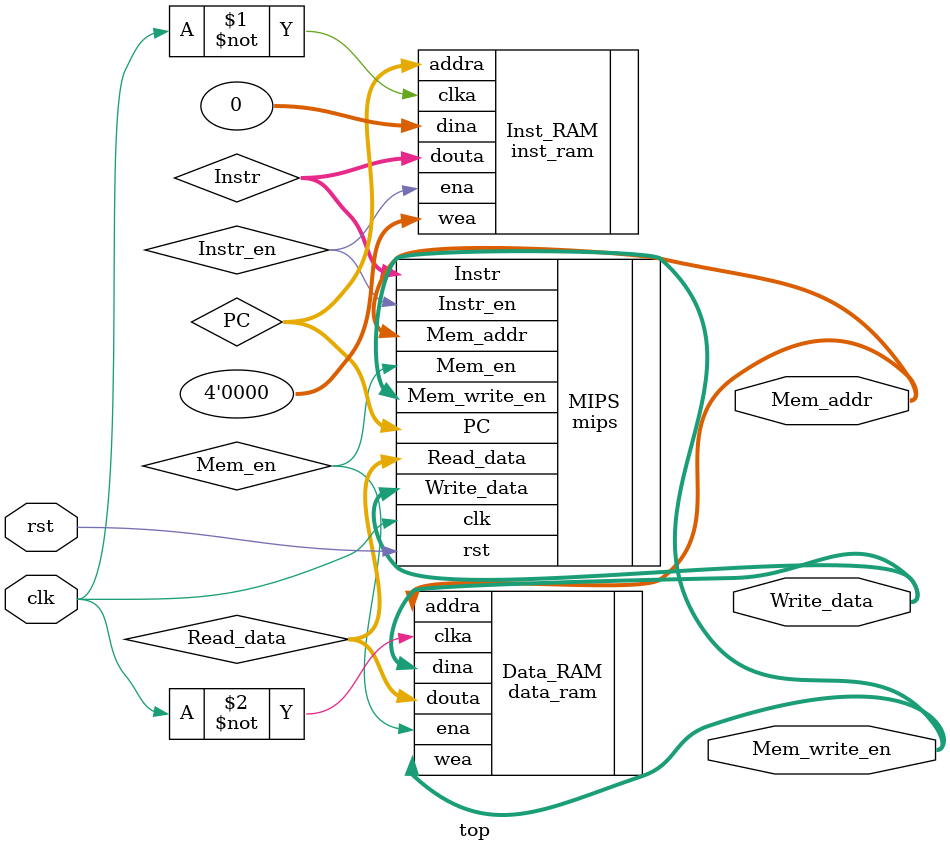
<source format=v>
module top(
	input clk,rst,

	output [31:0] Write_data,
	output [31:0] Mem_addr,
	output [3:0] Mem_write_en
	);
	
    wire [31:0] PC;
	wire Mem_en;
	wire Instr_en;

	wire [31:0] Read_data;
	wire [31:0] Instr;
	
	mips MIPS(
		.clk(clk),.rst(rst),

		.Read_data(Read_data),
		.Instr(Instr),
		//IM
        .PC(PC),
	    .Instr_en(Instr_en),
        //DM
        .Mem_addr(Mem_addr),
        .Write_data(Write_data),
        .Mem_en(Mem_en),
        .Mem_write_en(Mem_write_en)
	);
	
//指令存储器
	inst_ram Inst_RAM (
		.clka(~clk),    //时钟取反
		.ena(Instr_en),      // 使能
		.wea(4'b0),      // 写使能
		.addra(PC),  // 读地址
		.dina(32'b0),    //  写数据

		.douta(Instr)  // 读数据
	);
	
//数据存储器
	data_ram Data_RAM (
		.clka(~clk),   
		.ena(Mem_en),      // 使能
		.wea(Mem_write_en),      //写使能
		.addra(Mem_addr),  // 读地址
		.dina(Write_data),    // 写数据

		.douta(Read_data)  // 读数据
	);

endmodule
</source>
